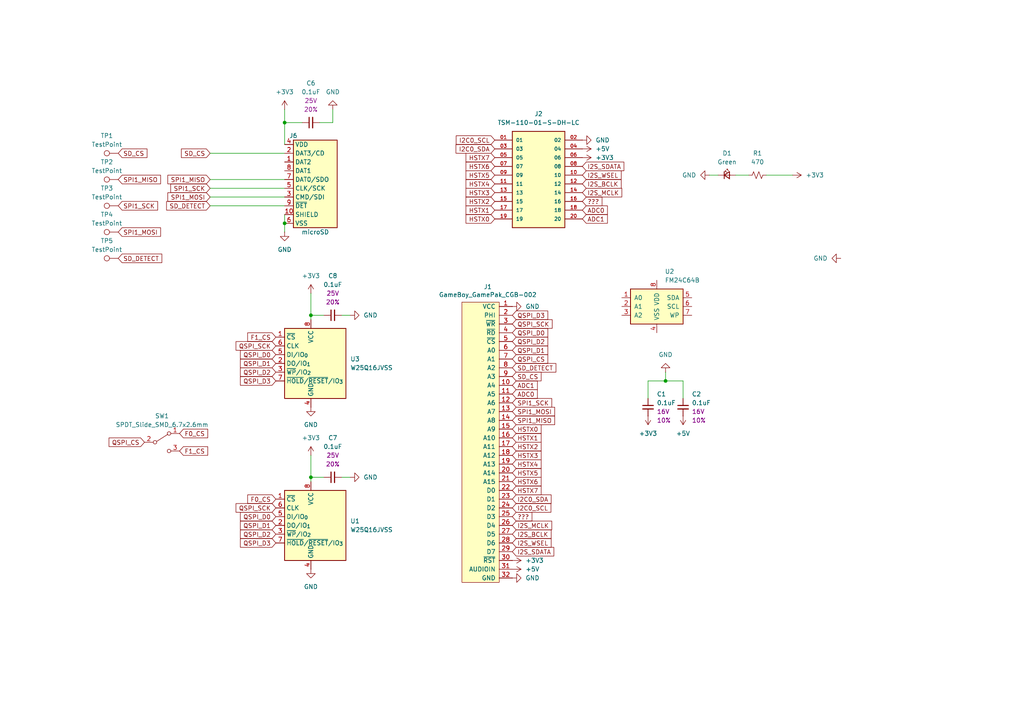
<source format=kicad_sch>
(kicad_sch (version 20250114) (generator "eeschema") (generator_version "9.0")
  (paper "A4")
  (lib_symbols
    (symbol "Connector:TestPoint" (pin_numbers (hide yes)) (pin_names (offset 0.762) (hide yes))
      (property "Reference" "TP" (at 0 6.858 0))
      (property "Value" "TestPoint" (at 0 5.08 0))
      (symbol "TestPoint_0_1"
        (circle (center 0 3.302) (radius 0.762))
      )
      (symbol "TestPoint_1_1"
        (pin passive line (at 0 0 90) (length 2.54) (name "1") (number "1"))
      )
    )
    (symbol "Connector_GameBoy:GameBoy_GamePak_CGB-002" (pin_names (offset 1.016))
      (property "Reference" "J" (at -1.27 41.91 0))
      (property "Value" "GameBoy_GamePak_CGB-002" (at -4.445 -42.545 0))
      (symbol "GameBoy_GamePak_CGB-002_0_1"
        (rectangle (start 0 40.64) (end -10.795 -40.64) (fill (type background)))
      )
      (symbol "GameBoy_GamePak_CGB-002_1_1"
        (pin passive line (at 3.81 39.37 180) (length 3.81) (name "VCC") (number "1"))
        (pin passive line (at 3.81 36.83 180) (length 3.81) (name "PHI") (number "2"))
        (pin passive line (at 3.81 34.29 180) (length 3.81) (name "~{WR}") (number "3"))
        (pin passive line (at 3.81 31.75 180) (length 3.81) (name "~{RD}") (number "4"))
        (pin passive line (at 3.81 29.21 180) (length 3.81) (name "~{CS}") (number "5"))
        (pin passive line (at 3.81 26.67 180) (length 3.81) (name "A0") (number "6"))
        (pin passive line (at 3.81 24.13 180) (length 3.81) (name "A1") (number "7"))
        (pin passive line (at 3.81 21.59 180) (length 3.81) (name "A2") (number "8"))
        (pin passive line (at 3.81 19.05 180) (length 3.81) (name "A3") (number "9"))
        (pin passive line (at 3.81 16.51 180) (length 3.81) (name "A4") (number "10"))
        (pin passive line (at 3.81 13.97 180) (length 3.81) (name "A5") (number "11"))
        (pin passive line (at 3.81 11.43 180) (length 3.81) (name "A6") (number "12"))
        (pin passive line (at 3.81 8.89 180) (length 3.81) (name "A7") (number "13"))
        (pin passive line (at 3.81 6.35 180) (length 3.81) (name "A8") (number "14"))
        (pin passive line (at 3.81 3.81 180) (length 3.81) (name "A9") (number "15"))
        (pin passive line (at 3.81 1.27 180) (length 3.81) (name "A10") (number "16"))
        (pin passive line (at 3.81 -1.27 180) (length 3.81) (name "A11") (number "17"))
        (pin passive line (at 3.81 -3.81 180) (length 3.81) (name "A12") (number "18"))
        (pin passive line (at 3.81 -6.35 180) (length 3.81) (name "A13") (number "19"))
        (pin passive line (at 3.81 -8.89 180) (length 3.81) (name "A14") (number "20"))
        (pin passive line (at 3.81 -11.43 180) (length 3.81) (name "A15") (number "21"))
        (pin passive line (at 3.81 -13.97 180) (length 3.81) (name "D0") (number "22"))
        (pin passive line (at 3.81 -16.51 180) (length 3.81) (name "D1") (number "23"))
        (pin passive line (at 3.81 -19.05 180) (length 3.81) (name "D2") (number "24"))
        (pin passive line (at 3.81 -21.59 180) (length 3.81) (name "D3") (number "25"))
        (pin passive line (at 3.81 -24.13 180) (length 3.81) (name "D4") (number "26"))
        (pin passive line (at 3.81 -26.67 180) (length 3.81) (name "D5") (number "27"))
        (pin passive line (at 3.81 -29.21 180) (length 3.81) (name "D6") (number "28"))
        (pin passive line (at 3.81 -31.75 180) (length 3.81) (name "D7") (number "29"))
        (pin passive line (at 3.81 -34.29 180) (length 3.81) (name "~{RST}") (number "30"))
        (pin passive line (at 3.81 -36.83 180) (length 3.81) (name "AUDIOIN") (number "31"))
        (pin passive line (at 3.81 -39.37 180) (length 3.81) (name "GND") (number "32"))
      )
    )
    (symbol "Memory_Flash:W25Q16JVSS"
      (property "Reference" "U" (at -6.35 11.43 0))
      (property "Value" "W25Q16JVSS" (at 7.62 11.43 0))
      (symbol "W25Q16JVSS_0_1"
        (rectangle (start -7.62 10.16) (end 10.16 -10.16) (stroke (width 0.254)) (fill (type background)))
      )
      (symbol "W25Q16JVSS_1_1"
        (pin input line (at -10.16 7.62 0) (length 2.54) (name "~{CS}") (number "1"))
        (pin input line (at -10.16 5.08 0) (length 2.54) (name "CLK") (number "6"))
        (pin bidirectional line (at -10.16 2.54 0) (length 2.54) (name "DI/IO_{0}") (number "5"))
        (pin bidirectional line (at -10.16 0 0) (length 2.54) (name "DO/IO_{1}") (number "2"))
        (pin bidirectional line (at -10.16 -2.54 0) (length 2.54) (name "~{WP}/IO_{2}") (number "3"))
        (pin bidirectional line (at -10.16 -5.08 0) (length 2.54) (name "~{HOLD}/~{RESET}/IO_{3}") (number "7"))
        (pin power_in line (at 0 12.7 270) (length 2.54) (name "VCC") (number "8"))
        (pin power_in line (at 0 -12.7 90) (length 2.54) (name "GND") (number "4"))
      )
    )
    (symbol "Memory_NVRAM:FM24C64B" (pin_names (offset 1.016))
      (property "Reference" "U" (at -5.08 8.89 0))
      (property "Value" "FM24C64B" (at 6.35 -8.89 0))
      (symbol "FM24C64B_0_1"
        (rectangle (start -7.62 5.08) (end 7.62 -5.08) (stroke (width 0.254)) (fill (type background)))
      )
      (symbol "FM24C64B_1_1"
        (pin input line (at -10.16 2.54 0) (length 2.54) (name "A0") (number "1"))
        (pin input line (at -10.16 0 0) (length 2.54) (name "A1") (number "2"))
        (pin input line (at -10.16 -2.54 0) (length 2.54) (name "A2") (number "3"))
        (pin power_in line (at 0 7.62 270) (length 2.54) (name "VDD") (number "8"))
        (pin power_in line (at 0 -7.62 90) (length 2.54) (name "VSS") (number "4"))
        (pin bidirectional line (at 10.16 2.54 180) (length 2.54) (name "SDA") (number "5"))
        (pin input line (at 10.16 0 180) (length 2.54) (name "SCL") (number "6"))
        (pin input line (at 10.16 -2.54 180) (length 2.54) (name "WP") (number "7"))
      )
    )
    (symbol "SAMTEC_TSM-110-01-S-DH-LC:TSM-110-01-S-DH-LC" (pin_names (offset 1.016))
      (property "Reference" "J" (at -8.12 15.24 0))
      (property "Value" "TSM-110-01-S-DH-LC" (at -7.62 -15.24 0))
      (symbol "TSM-110-01-S-DH-LC_0_0"
        (rectangle (start -7.62 -12.7) (end 7.62 15.24) (stroke (width 0.254)) (fill (type background)))
        (pin passive line (at -12.7 12.7 0) (length 5.08) (name "01") (number "01"))
        (pin passive line (at -12.7 10.16 0) (length 5.08) (name "03") (number "03"))
        (pin passive line (at -12.7 7.62 0) (length 5.08) (name "05") (number "05"))
        (pin passive line (at -12.7 5.08 0) (length 5.08) (name "07") (number "07"))
        (pin passive line (at -12.7 2.54 0) (length 5.08) (name "09") (number "09"))
        (pin passive line (at -12.7 0 0) (length 5.08) (name "11") (number "11"))
        (pin passive line (at -12.7 -2.54 0) (length 5.08) (name "13") (number "13"))
        (pin passive line (at -12.7 -5.08 0) (length 5.08) (name "15") (number "15"))
        (pin passive line (at -12.7 -7.62 0) (length 5.08) (name "17") (number "17"))
        (pin passive line (at -12.7 -10.16 0) (length 5.08) (name "19") (number "19"))
        (pin passive line (at 12.7 12.7 180) (length 5.08) (name "02") (number "02"))
        (pin passive line (at 12.7 10.16 180) (length 5.08) (name "04") (number "04"))
        (pin passive line (at 12.7 7.62 180) (length 5.08) (name "06") (number "06"))
        (pin passive line (at 12.7 5.08 180) (length 5.08) (name "08") (number "08"))
        (pin passive line (at 12.7 2.54 180) (length 5.08) (name "10") (number "10"))
        (pin passive line (at 12.7 0 180) (length 5.08) (name "12") (number "12"))
        (pin passive line (at 12.7 -2.54 180) (length 5.08) (name "14") (number "14"))
        (pin passive line (at 12.7 -5.08 180) (length 5.08) (name "16") (number "16"))
        (pin passive line (at 12.7 -7.62 180) (length 5.08) (name "18") (number "18"))
        (pin passive line (at 12.7 -10.16 180) (length 5.08) (name "20") (number "20"))
      )
    )
    (symbol "SparkFun-Capacitor:0.1uF_0402_16V_10%" (pin_numbers (hide yes)) (pin_names (offset 0.254))
      (property "Reference" "C" (at 0.635 2.54 0))
      (property "Value" "0.1uF" (at 0.635 -2.54 0))
      (property "Voltage" "16V" (at 0 -6.35 0))
      (property "Tolerance" "10%" (at 0 -8.89 0))
      (symbol "0.1uF_0402_16V_10%_0_1"
        (polyline (pts (xy -1.524 0.508) (xy 1.524 0.508)) (stroke (width 0.3048)))
        (polyline (pts (xy -1.524 -0.508) (xy 1.524 -0.508)) (stroke (width 0.3302)))
      )
      (symbol "0.1uF_0402_16V_10%_1_1"
        (pin passive line (at 0 2.54 270) (length 2.032) (name "~") (number "1"))
        (pin passive line (at 0 -2.54 90) (length 2.032) (name "~") (number "2"))
      )
    )
    (symbol "SparkFun-Capacitor:0.1uF_0603_25V_20%" (pin_numbers (hide yes)) (pin_names (offset 0.254))
      (property "Reference" "C" (at 0.635 2.54 0))
      (property "Value" "0.1uF" (at 0.635 -2.54 0))
      (property "Voltage" "25V" (at 0 -6.35 0))
      (property "Tolerance" "20%" (at 0 -8.89 0))
      (symbol "0.1uF_0603_25V_20%_0_1"
        (polyline (pts (xy -1.524 0.508) (xy 1.524 0.508)) (stroke (width 0.3048)))
        (polyline (pts (xy -1.524 -0.508) (xy 1.524 -0.508)) (stroke (width 0.3302)))
      )
      (symbol "0.1uF_0603_25V_20%_1_1"
        (pin passive line (at 0 2.54 270) (length 2.032) (name "~") (number "1"))
        (pin passive line (at 0 -2.54 90) (length 2.032) (name "~") (number "2"))
      )
    )
    (symbol "SparkFun-Connector:microSD_PushPush"
      (property "Reference" "J" (at -6.35 15.24 0))
      (property "Value" "microSD" (at 0 -12.7 0))
      (symbol "microSD_PushPush_1_1"
        (rectangle (start -6.35 13.97) (end 6.35 -11.43) (stroke (width 0.254)) (fill (type background)))
        (pin power_in line (at -8.89 12.7 0) (length 2.54) (name "VDD") (number "4"))
        (pin bidirectional line (at -8.89 10.16 0) (length 2.54) (name "DAT3/CD") (number "2"))
        (pin bidirectional line (at -8.89 7.62 0) (length 2.54) (name "DAT2") (number "1"))
        (pin bidirectional line (at -8.89 5.08 0) (length 2.54) (name "DAT1") (number "8"))
        (pin bidirectional line (at -8.89 2.54 0) (length 2.54) (name "DAT0/SDO") (number "7"))
        (pin input line (at -8.89 0 0) (length 2.54) (name "CLK/SCK") (number "5"))
        (pin input line (at -8.89 -2.54 0) (length 2.54) (name "CMD/SDI") (number "3"))
        (pin passive line (at -8.89 -5.08 0) (length 2.54) (name "~{DET}") (number "9"))
        (pin passive line (at -8.89 -7.62 0) (length 2.54) (name "SHIELD") (number "10"))
        (pin power_in line (at -8.89 -10.16 0) (length 2.54) (name "VSS") (number "6"))
        (pin no_connect line (at 2.54 -8.89 90) (length 2.54) (hide yes) (name "SHIELD") (number "11"))
        (pin no_connect line (at 3.81 -8.89 90) (length 2.54) (hide yes) (name "SHIELD") (number "12"))
        (pin no_connect line (at 5.08 -8.89 90) (length 2.54) (hide yes) (name "SHIELD") (number "13"))
      )
    )
    (symbol "SparkFun-LED:LED_Green_0603" (pin_numbers (hide yes)) (pin_names (offset 1.016) (hide yes))
      (property "Reference" "D" (at 0 2.54 0))
      (property "Value" "Green" (at 0 -2.54 0))
      (symbol "LED_Green_0603_0_1"
        (polyline (pts (xy -0.762 -1.016) (xy -0.762 1.016)) (stroke (width 0.254)))
        (polyline (pts (xy 0 0.762) (xy -0.508 1.27) (xy -0.254 1.27) (xy -0.508 1.27) (xy -0.508 1.016)))
        (polyline (pts (xy 0.508 1.27) (xy 0 1.778) (xy 0.254 1.778) (xy 0 1.778) (xy 0 1.524)))
        (polyline (pts (xy 0.762 -1.016) (xy -0.762 0) (xy 0.762 1.016) (xy 0.762 -1.016)) (stroke (width 0.254)))
        (polyline (pts (xy 1.016 0) (xy -0.762 0)))
      )
      (symbol "LED_Green_0603_1_1"
        (pin passive line (at -2.54 0 0) (length 1.778) (name "K") (number "1"))
        (pin passive line (at 2.54 0 180) (length 1.778) (name "A") (number "2"))
      )
    )
    (symbol "SparkFun-Resistor:470_0603" (pin_numbers (hide yes)) (pin_names (offset 0))
      (property "Reference" "R" (at 0 -2.54 0))
      (property "Value" "470" (at 0 2.54 0))
      (symbol "470_0603_0_1"
        (polyline (pts (xy -1.524 0) (xy -1.143 1.016) (xy -0.762 0) (xy -0.381 -1.016) (xy 0 0)))
        (polyline (pts (xy 0 0) (xy 0.381 1.016) (xy 0.762 0) (xy 1.143 -1.016) (xy 1.524 0)))
      )
      (symbol "470_0603_1_1"
        (pin passive line (at -2.54 0 0) (length 1.016) (name "~") (number "1"))
        (pin passive line (at 2.54 0 180) (length 1.016) (name "~") (number "2"))
      )
    )
    (symbol "SparkFun-Switch:SPDT_Slide_SMD_6.7x2.6mm" (pin_names (offset 0) (hide yes))
      (property "Reference" "SW" (at 0 4.318 0))
      (property "Value" "SPDT_Slide_SMD_6.7x2.6mm" (at 0 -5.08 0))
      (symbol "SPDT_Slide_SMD_6.7x2.6mm_0_0"
        (circle (center -2.032 0) (radius 0.508))
        (circle (center 2.032 -2.54) (radius 0.508))
      )
      (symbol "SPDT_Slide_SMD_6.7x2.6mm_0_1"
        (polyline (pts (xy -1.524 0.254) (xy 1.651 2.286)))
        (circle (center 2.032 2.54) (radius 0.508))
      )
      (symbol "SPDT_Slide_SMD_6.7x2.6mm_1_1"
        (pin passive line (at -5.08 0 0) (length 2.54) (name "2") (number "2"))
        (pin passive line (at 5.08 2.54 180) (length 2.54) (name "A") (number "1"))
        (pin passive line (at 5.08 -2.54 180) (length 2.54) (name "C") (number "3"))
        (pin no_connect line (at 15.24 2.54 180) (length 2.54) (hide yes) (name "MT1") (number "MT1"))
        (pin no_connect line (at 15.24 0 180) (length 2.54) (hide yes) (name "MT2") (number "MT2"))
        (pin no_connect line (at 15.24 -2.54 180) (length 2.54) (hide yes) (name "MT3") (number "MT3"))
        (pin no_connect line (at 15.24 -5.08 180) (length 2.54) (hide yes) (name "MT4") (number "MT4"))
      )
    )
    (symbol "power:+3V3" (power) (pin_numbers (hide yes)) (pin_names (offset 0) (hide yes))
      (property "Value" "+3V3" (at 0 3.556 0))
      (symbol "+3V3_0_1"
        (polyline (pts (xy -0.762 1.27) (xy 0 2.54)))
        (polyline (pts (xy 0 2.54) (xy 0.762 1.27)))
        (polyline (pts (xy 0 0) (xy 0 2.54)))
      )
      (symbol "+3V3_1_1"
        (pin power_in line (at 0 0 90) (length 0) (name "~") (number "1"))
      )
    )
    (symbol "power:+5V" (power) (pin_numbers (hide yes)) (pin_names (offset 0) (hide yes))
      (property "Value" "+5V" (at 0 3.556 0))
      (symbol "+5V_0_1"
        (polyline (pts (xy -0.762 1.27) (xy 0 2.54)))
        (polyline (pts (xy 0 2.54) (xy 0.762 1.27)))
        (polyline (pts (xy 0 0) (xy 0 2.54)))
      )
      (symbol "+5V_1_1"
        (pin power_in line (at 0 0 90) (length 0) (name "~") (number "1"))
      )
    )
    (symbol "power:GND" (power) (pin_numbers (hide yes)) (pin_names (offset 0) (hide yes))
      (property "Value" "GND" (at 0 -3.81 0))
      (symbol "GND_0_1"
        (polyline (pts (xy 0 0) (xy 0 -1.27) (xy 1.27 -1.27) (xy 0 -2.54) (xy -1.27 -1.27) (xy 0 -1.27)))
      )
      (symbol "GND_1_1"
        (pin power_in line (at 0 0 270) (length 0) (name "~") (number "1"))
      )
    )
  )
  (junction (at 82.55 35.56))
  (junction (at 90.17 138.43))
  (junction (at 82.55 64.77))
  (junction (at 90.17 91.44))
  (junction (at 193.04 110.49))
  (wire (pts (xy 101.6 91.44) (xy 99.06 91.44)))
  (wire (pts (xy 82.55 35.56) (xy 87.63 35.56)))
  (wire (pts (xy 82.55 35.56) (xy 82.55 41.91)))
  (wire (pts (xy 193.04 110.49) (xy 198.12 110.49)))
  (wire (pts (xy 60.96 59.69) (xy 82.55 59.69)))
  (wire (pts (xy 60.96 57.15) (xy 82.55 57.15)))
  (wire (pts (xy 60.96 54.61) (xy 82.55 54.61)))
  (wire (pts (xy 82.55 31.75) (xy 82.55 35.56)))
  (wire (pts (xy 96.52 35.56) (xy 92.71 35.56)))
  (wire (pts (xy 82.55 62.23) (xy 82.55 64.77)))
  (wire (pts (xy 90.17 138.43) (xy 93.98 138.43)))
  (wire (pts (xy 205.74 50.8) (xy 208.28 50.8)))
  (wire (pts (xy 60.96 44.45) (xy 82.55 44.45)))
  (wire (pts (xy 96.52 31.75) (xy 96.52 35.56)))
  (wire (pts (xy 187.96 110.49) (xy 193.04 110.49)))
  (wire (pts (xy 229.87 50.8) (xy 222.25 50.8)))
  (wire (pts (xy 198.12 110.49) (xy 198.12 115.57)))
  (wire (pts (xy 90.17 138.43) (xy 90.17 139.7)))
  (wire (pts (xy 90.17 91.44) (xy 90.17 92.71)))
  (wire (pts (xy 187.96 115.57) (xy 187.96 110.49)))
  (wire (pts (xy 90.17 132.08) (xy 90.17 138.43)))
  (wire (pts (xy 101.6 138.43) (xy 99.06 138.43)))
  (wire (pts (xy 90.17 85.09) (xy 90.17 91.44)))
  (wire (pts (xy 82.55 67.31) (xy 82.55 64.77)))
  (wire (pts (xy 213.36 50.8) (xy 217.17 50.8)))
  (wire (pts (xy 90.17 91.44) (xy 93.98 91.44)))
  (wire (pts (xy 193.04 107.95) (xy 193.04 110.49)))
  (wire (pts (xy 60.96 52.07) (xy 82.55 52.07)))
  (global_label "F1_CS" (shape input) (at 80.01 97.79 180) (property "Intersheetrefs" "${INTERSHEET_REFS}" (effects (hide yes))))
  (global_label "I2S_BCLK" (shape input) (at 168.91 53.34 0) (property "Intersheetrefs" "${INTERSHEET_REFS}" (effects (hide yes))))
  (global_label "???" (shape input) (at 168.91 58.42 0) (property "Intersheetrefs" "${INTERSHEET_REFS}" (effects (hide yes))))
  (global_label "SD_CS" (shape input) (at 34.29 44.45 0) (property "Intersheetrefs" "${INTERSHEET_REFS}" (effects (hide yes))))
  (global_label "SD_DETECT" (shape input) (at 34.29 74.93 0) (property "Intersheetrefs" "${INTERSHEET_REFS}" (effects (hide yes))))
  (global_label "ADC0" (shape input) (at 168.91 60.96 0) (property "Intersheetrefs" "${INTERSHEET_REFS}" (effects (hide yes))))
  (global_label "HSTX7" (shape input) (at 143.51 45.72 180) (property "Intersheetrefs" "${INTERSHEET_REFS}" (effects (hide yes))))
  (global_label "QSPI_SCK" (shape input) (at 80.01 100.33 180) (property "Intersheetrefs" "${INTERSHEET_REFS}" (effects (hide yes))))
  (global_label "HSTX2" (shape input) (at 143.51 58.42 180) (property "Intersheetrefs" "${INTERSHEET_REFS}" (effects (hide yes))))
  (global_label "QSPI_SCK" (shape input) (at 80.01 147.32 180) (property "Intersheetrefs" "${INTERSHEET_REFS}" (effects (hide yes))))
  (global_label "QSPI_D3" (shape input) (at 80.01 110.49 180) (property "Intersheetrefs" "${INTERSHEET_REFS}" (effects (hide yes))))
  (global_label "QSPI_D2" (shape input) (at 80.01 154.94 180) (property "Intersheetrefs" "${INTERSHEET_REFS}" (effects (hide yes))))
  (global_label "QSPI_D2" (shape input) (at 148.59 99.06 0) (property "Intersheetrefs" "${INTERSHEET_REFS}" (effects (hide yes))))
  (global_label "I2C0_SDA" (shape input) (at 148.59 144.78 0) (property "Intersheetrefs" "${INTERSHEET_REFS}" (effects (hide yes))))
  (global_label "HSTX5" (shape input) (at 148.59 137.16 0) (property "Intersheetrefs" "${INTERSHEET_REFS}" (effects (hide yes))))
  (global_label "QSPI_D1" (shape input) (at 80.01 152.4 180) (property "Intersheetrefs" "${INTERSHEET_REFS}" (effects (hide yes))))
  (global_label "SPI1_MOSI" (shape input) (at 60.96 57.15 180) (property "Intersheetrefs" "${INTERSHEET_REFS}" (effects (hide yes))))
  (global_label "QSPI_D1" (shape input) (at 80.01 105.41 180) (property "Intersheetrefs" "${INTERSHEET_REFS}" (effects (hide yes))))
  (global_label "QSPI_D1" (shape input) (at 148.59 101.6 0) (property "Intersheetrefs" "${INTERSHEET_REFS}" (effects (hide yes))))
  (global_label "I2C0_SCL" (shape input) (at 148.59 147.32 0) (property "Intersheetrefs" "${INTERSHEET_REFS}" (effects (hide yes))))
  (global_label "QSPI_D3" (shape input) (at 80.01 157.48 180) (property "Intersheetrefs" "${INTERSHEET_REFS}" (effects (hide yes))))
  (global_label "???" (shape input) (at 148.59 149.86 0) (property "Intersheetrefs" "${INTERSHEET_REFS}" (effects (hide yes))))
  (global_label "I2S_BCLK" (shape input) (at 148.59 154.94 0) (property "Intersheetrefs" "${INTERSHEET_REFS}" (effects (hide yes))))
  (global_label "QSPI_D3" (shape input) (at 148.59 91.44 0) (property "Intersheetrefs" "${INTERSHEET_REFS}" (effects (hide yes))))
  (global_label "I2S_MCLK" (shape input) (at 168.91 55.88 0) (property "Intersheetrefs" "${INTERSHEET_REFS}" (effects (hide yes))))
  (global_label "I2C0_SDA" (shape input) (at 143.51 43.18 180) (property "Intersheetrefs" "${INTERSHEET_REFS}" (effects (hide yes))))
  (global_label "SD_DETECT" (shape input) (at 148.59 106.68 0) (property "Intersheetrefs" "${INTERSHEET_REFS}" (effects (hide yes))))
  (global_label "SD_CS" (shape input) (at 148.59 109.22 0) (property "Intersheetrefs" "${INTERSHEET_REFS}" (effects (hide yes))))
  (global_label "HSTX1" (shape input) (at 148.59 127 0) (property "Intersheetrefs" "${INTERSHEET_REFS}" (effects (hide yes))))
  (global_label "HSTX4" (shape input) (at 143.51 53.34 180) (property "Intersheetrefs" "${INTERSHEET_REFS}" (effects (hide yes))))
  (global_label "HSTX6" (shape input) (at 143.51 48.26 180) (property "Intersheetrefs" "${INTERSHEET_REFS}" (effects (hide yes))))
  (global_label "F0_CS" (shape input) (at 52.07 125.73 0) (property "Intersheetrefs" "${INTERSHEET_REFS}" (effects (hide yes))))
  (global_label "HSTX3" (shape input) (at 143.51 55.88 180) (property "Intersheetrefs" "${INTERSHEET_REFS}" (effects (hide yes))))
  (global_label "HSTX4" (shape input) (at 148.59 134.62 0) (property "Intersheetrefs" "${INTERSHEET_REFS}" (effects (hide yes))))
  (global_label "QSPI_D0" (shape input) (at 80.01 102.87 180) (property "Intersheetrefs" "${INTERSHEET_REFS}" (effects (hide yes))))
  (global_label "QSPI_D0" (shape input) (at 80.01 149.86 180) (property "Intersheetrefs" "${INTERSHEET_REFS}" (effects (hide yes))))
  (global_label "I2S_SDATA" (shape input) (at 148.59 160.02 0) (property "Intersheetrefs" "${INTERSHEET_REFS}" (effects (hide yes))))
  (global_label "I2S_WSEL" (shape input) (at 148.59 157.48 0) (property "Intersheetrefs" "${INTERSHEET_REFS}" (effects (hide yes))))
  (global_label "SD_DETECT" (shape input) (at 60.96 59.69 180) (property "Intersheetrefs" "${INTERSHEET_REFS}" (effects (hide yes))))
  (global_label "SPI1_MOSI" (shape input) (at 34.29 67.31 0) (property "Intersheetrefs" "${INTERSHEET_REFS}" (effects (hide yes))))
  (global_label "SPI1_MOSI" (shape input) (at 148.59 119.38 0) (property "Intersheetrefs" "${INTERSHEET_REFS}" (effects (hide yes))))
  (global_label "I2C0_SCL" (shape input) (at 143.51 40.64 180) (property "Intersheetrefs" "${INTERSHEET_REFS}" (effects (hide yes))))
  (global_label "ADC1" (shape input) (at 168.91 63.5 0) (property "Intersheetrefs" "${INTERSHEET_REFS}" (effects (hide yes))))
  (global_label "QSPI_D0" (shape input) (at 148.59 96.52 0) (property "Intersheetrefs" "${INTERSHEET_REFS}" (effects (hide yes))))
  (global_label "F1_CS" (shape input) (at 52.07 130.81 0) (property "Intersheetrefs" "${INTERSHEET_REFS}" (effects (hide yes))))
  (global_label "HSTX1" (shape input) (at 143.51 60.96 180) (property "Intersheetrefs" "${INTERSHEET_REFS}" (effects (hide yes))))
  (global_label "SPI1_MISO" (shape input) (at 34.29 52.07 0) (property "Intersheetrefs" "${INTERSHEET_REFS}" (effects (hide yes))))
  (global_label "HSTX0" (shape input) (at 143.51 63.5 180) (property "Intersheetrefs" "${INTERSHEET_REFS}" (effects (hide yes))))
  (global_label "HSTX3" (shape input) (at 148.59 132.08 0) (property "Intersheetrefs" "${INTERSHEET_REFS}" (effects (hide yes))))
  (global_label "HSTX5" (shape input) (at 143.51 50.8 180) (property "Intersheetrefs" "${INTERSHEET_REFS}" (effects (hide yes))))
  (global_label "SPI1_SCK" (shape input) (at 60.96 54.61 180) (property "Intersheetrefs" "${INTERSHEET_REFS}" (effects (hide yes))))
  (global_label "SPI1_MISO" (shape input) (at 60.96 52.07 180) (property "Intersheetrefs" "${INTERSHEET_REFS}" (effects (hide yes))))
  (global_label "SD_CS" (shape input) (at 60.96 44.45 180) (property "Intersheetrefs" "${INTERSHEET_REFS}" (effects (hide yes))))
  (global_label "QSPI_SCK" (shape input) (at 148.59 93.98 0) (property "Intersheetrefs" "${INTERSHEET_REFS}" (effects (hide yes))))
  (global_label "ADC0" (shape input) (at 148.59 114.3 0) (property "Intersheetrefs" "${INTERSHEET_REFS}" (effects (hide yes))))
  (global_label "I2S_WSEL" (shape input) (at 168.91 50.8 0) (property "Intersheetrefs" "${INTERSHEET_REFS}" (effects (hide yes))))
  (global_label "SPI1_SCK" (shape input) (at 148.59 116.84 0) (property "Intersheetrefs" "${INTERSHEET_REFS}" (effects (hide yes))))
  (global_label "HSTX2" (shape input) (at 148.59 129.54 0) (property "Intersheetrefs" "${INTERSHEET_REFS}" (effects (hide yes))))
  (global_label "ADC1" (shape input) (at 148.59 111.76 0) (property "Intersheetrefs" "${INTERSHEET_REFS}" (effects (hide yes))))
  (global_label "QSPI_CS" (shape input) (at 41.91 128.27 180) (property "Intersheetrefs" "${INTERSHEET_REFS}" (effects (hide yes))))
  (global_label "I2S_SDATA" (shape input) (at 168.91 48.26 0) (property "Intersheetrefs" "${INTERSHEET_REFS}" (effects (hide yes))))
  (global_label "SPI1_SCK" (shape input) (at 34.29 59.69 0) (property "Intersheetrefs" "${INTERSHEET_REFS}" (effects (hide yes))))
  (global_label "I2S_MCLK" (shape input) (at 148.59 152.4 0) (property "Intersheetrefs" "${INTERSHEET_REFS}" (effects (hide yes))))
  (global_label "QSPI_D2" (shape input) (at 80.01 107.95 180) (property "Intersheetrefs" "${INTERSHEET_REFS}" (effects (hide yes))))
  (global_label "HSTX6" (shape input) (at 148.59 139.7 0) (property "Intersheetrefs" "${INTERSHEET_REFS}" (effects (hide yes))))
  (global_label "QSPI_CS" (shape input) (at 148.59 104.14 0) (property "Intersheetrefs" "${INTERSHEET_REFS}" (effects (hide yes))))
  (global_label "HSTX0" (shape input) (at 148.59 124.46 0) (property "Intersheetrefs" "${INTERSHEET_REFS}" (effects (hide yes))))
  (global_label "F0_CS" (shape input) (at 80.01 144.78 180) (property "Intersheetrefs" "${INTERSHEET_REFS}" (effects (hide yes))))
  (global_label "SPI1_MISO" (shape input) (at 148.59 121.92 0) (property "Intersheetrefs" "${INTERSHEET_REFS}" (effects (hide yes))))
  (global_label "HSTX7" (shape input) (at 148.59 142.24 0) (property "Intersheetrefs" "${INTERSHEET_REFS}" (effects (hide yes))))
  (symbol (lib_id "Connector_GameBoy:GameBoy_GamePak_CGB-002") (at 144.78 128.27 0) (unit 1)
    (property "Reference" "J1" (at 141.478 83.185 0))
    (property "Value" "GameBoy_GamePak_CGB-002" (at 141.478 85.4964 0))
    (property "Footprint" "Connector_GameBoy:GameBoy_GamePak_CGB-002_P1.50mm_Edge" (effects (hide yes)))
  )
  (symbol (lib_id "Connector:TestPoint") (at 34.29 59.69 90) (unit 1)
    (property "Reference" "TP3" (at 30.988 54.61 90))
    (property "Value" "TestPoint" (at 30.988 57.15 90))
    (property "Footprint" "TestPoint:TestPoint_Pad_D1.0mm" (effects (hide yes)))
    (property "Description" "test point" (effects (hide yes)))
  )
  (symbol (lib_id "SparkFun-LED:LED_Green_0603") (at 210.82 50.8 0) (unit 1)
    (property "Reference" "D1" (at 210.8835 44.45 0))
    (property "Value" "Green" (at 210.8835 46.99 0))
    (property "Footprint" "SparkFun-LED:LED_0603_1608Metric_Green" (effects (hide yes)))
    (property "Datasheet" "https://docs.broadcom.com/docs/AV02-0551EN" (effects (hide yes)))
    (property "Description" "Light emitting diode" (effects (hide yes)))
    (property "PROD_ID" "DIO-00821" (effects (hide yes)))
  )
  (symbol (lib_id "power:+3V3") (at 187.96 120.65 180) (unit 1)
    (property "Reference" "#PWR019" (effects (hide yes)))
    (property "Value" "+3V3" (at 187.96 125.73 0))
    (property "Description" "Power symbol creates a global label with name \"+3V3\"" (effects (hide yes)))
  )
  (symbol (lib_id "power:+3V3") (at 90.17 85.09 0) (unit 1)
    (property "Reference" "#PWR09" (effects (hide yes)))
    (property "Value" "+3V3" (at 90.17 80.01 0))
    (property "Description" "Power symbol creates a global label with name \"+3V3\"" (effects (hide yes)))
  )
  (symbol (lib_id "Connector:TestPoint") (at 34.29 44.45 90) (unit 1)
    (property "Reference" "TP1" (at 30.988 39.37 90))
    (property "Value" "TestPoint" (at 30.988 41.91 90))
    (property "Footprint" "TestPoint:TestPoint_Pad_D1.0mm" (effects (hide yes)))
    (property "Description" "test point" (effects (hide yes)))
  )
  (symbol (lib_id "SparkFun-Capacitor:0.1uF_0402_16V_10%") (at 187.96 118.11 0) (unit 1)
    (property "Reference" "C1" (at 190.5 114.3063 0) (effects (justify left)))
    (property "Value" "0.1uF" (at 190.5 116.8463 0) (effects (justify left)))
    (property "Footprint" "Capacitor_SMD:CP_Elec_5x3" (effects (hide yes)))
    (property "Datasheet" "https://cdn.sparkfun.com/assets/8/a/4/a/5/Kemet_Capacitor_Datasheet.pdf" (effects (hide yes)))
    (property "Description" "Unpolarized capacitor" (effects (hide yes)))
    (property "PROD_ID" "CAP-25565" (effects (hide yes)))
    (property "Voltage" "16V" (at 190.5 119.3863 0) (effects (justify left)))
    (property "Tolerance" "10%" (at 190.5 121.9263 0) (effects (justify left)))
  )
  (symbol (lib_id "power:+5V") (at 148.59 165.1 270) (unit 1)
    (property "Reference" "#PWR016" (effects (hide yes)))
    (property "Value" "+5V" (at 152.4 165.1 90) (effects (justify left)))
    (property "Description" "Power symbol creates a global label with name \"+5V\"" (effects (hide yes)))
  )
  (symbol (lib_id "SparkFun-Resistor:470_0603") (at 219.71 50.8 0) (unit 1)
    (property "Reference" "R1" (at 219.71 44.45 0))
    (property "Value" "470" (at 219.71 46.99 0))
    (property "Footprint" "SparkFun-Resistor:R_0603_1608Metric" (effects (hide yes)))
    (property "Datasheet" "https://www.vishay.com/docs/20035/dcrcwe3.pdf" (effects (hide yes)))
    (property "Description" "Resistor" (effects (hide yes)))
    (property "PROD_ID" "RES-07869" (effects (hide yes)))
  )
  (symbol (lib_id "SparkFun-Capacitor:0.1uF_0603_25V_20%") (at 90.17 35.56 90) (unit 1)
    (property "Reference" "C6" (at 90.1763 24.13 90))
    (property "Value" "0.1uF" (at 90.1763 26.67 90))
    (property "Footprint" "SparkFun-Capacitor:C_0603_1608Metric" (effects (hide yes)))
    (property "Datasheet" "https://cdn.sparkfun.com/assets/8/a/4/a/5/Kemet_Capacitor_Datasheet.pdf" (effects (hide yes)))
    (property "Description" "Unpolarized capacitor" (effects (hide yes)))
    (property "PROD_ID" "CAP-00810" (effects (hide yes)))
    (property "Voltage" "25V" (at 90.1763 29.21 90))
    (property "Tolerance" "20%" (at 90.1763 31.75 90))
  )
  (symbol (lib_id "power:GND") (at 168.91 40.64 90) (unit 1)
    (property "Reference" "#PWR03" (effects (hide yes)))
    (property "Value" "GND" (at 172.72 40.64 90) (effects (justify right)))
    (property "Description" "Power symbol creates a global label with name \"GND\" , ground" (effects (hide yes)))
  )
  (symbol (lib_id "Connector:TestPoint") (at 34.29 67.31 90) (unit 1)
    (property "Reference" "TP4" (at 30.988 62.23 90))
    (property "Value" "TestPoint" (at 30.988 64.77 90))
    (property "Footprint" "TestPoint:TestPoint_Pad_D1.0mm" (effects (hide yes)))
    (property "Description" "test point" (effects (hide yes)))
  )
  (symbol (lib_id "power:+3V3") (at 229.87 50.8 270) (unit 1)
    (property "Reference" "#PWR04" (effects (hide yes)))
    (property "Value" "+3V3" (at 233.68 50.8 90) (effects (justify left)))
    (property "Description" "Power symbol creates a global label with name \"+3V3\"" (effects (hide yes)))
  )
  (symbol (lib_id "SparkFun-Capacitor:0.1uF_0603_25V_20%") (at 96.52 91.44 90) (unit 1)
    (property "Reference" "C8" (at 96.5263 80.01 90))
    (property "Value" "0.1uF" (at 96.5263 82.55 90))
    (property "Footprint" "SparkFun-Capacitor:C_0603_1608Metric" (effects (hide yes)))
    (property "Datasheet" "https://cdn.sparkfun.com/assets/8/a/4/a/5/Kemet_Capacitor_Datasheet.pdf" (effects (hide yes)))
    (property "Description" "Unpolarized capacitor" (effects (hide yes)))
    (property "PROD_ID" "CAP-00810" (effects (hide yes)))
    (property "Voltage" "25V" (at 96.5263 85.09 90))
    (property "Tolerance" "20%" (at 96.5263 87.63 90))
  )
  (symbol (lib_id "power:+3V3") (at 148.59 162.56 270) (unit 1)
    (property "Reference" "#PWR015" (effects (hide yes)))
    (property "Value" "+3V3" (at 152.4 162.5599 90) (effects (justify left)))
    (property "Description" "Power symbol creates a global label with name \"+3V3\"" (effects (hide yes)))
  )
  (symbol (lib_id "power:+3V3") (at 168.91 45.72 270) (unit 1)
    (property "Reference" "#PWR01" (effects (hide yes)))
    (property "Value" "+3V3" (at 172.72 45.7199 90) (effects (justify left)))
    (property "Description" "Power symbol creates a global label with name \"+3V3\"" (effects (hide yes)))
  )
  (symbol (lib_id "power:+3V3") (at 82.55 31.75 0) (unit 1)
    (property "Reference" "#PWR012" (effects (hide yes)))
    (property "Value" "+3V3" (at 82.55 26.67 0))
    (property "Description" "Power symbol creates a global label with name \"+3V3\"" (effects (hide yes)))
  )
  (symbol (lib_id "SAMTEC_TSM-110-01-S-DH-LC:TSM-110-01-S-DH-LC") (at 156.21 53.34 0) (unit 1)
    (property "Reference" "J2" (at 156.21 33.02 0))
    (property "Value" "TSM-110-01-S-DH-LC" (at 156.21 35.56 0))
    (property "Footprint" "SAMTEC_TSM-110-01-S-DH-LC:SAMTEC_TSM-110-01-S-DH-LC" (effects (hide yes)))
    (property "PARTREV" "R" (effects (hide yes)))
    (property "STANDARD" "Manufacturer Recommendations" (effects (hide yes)))
    (property "MANUFACTURER" "Samtec" (effects (hide yes)))
  )
  (symbol (lib_id "Memory_NVRAM:FM24C64B") (at 190.5 88.9 0) (unit 1)
    (property "Reference" "U2" (at 192.8272 78.74 0) (effects (justify left)))
    (property "Value" "FM24C64B" (at 192.8272 81.28 0) (effects (justify left)))
    (property "Footprint" "Package_SO:SOIC-8_3.9x4.9mm_P1.27mm" (effects (hide yes)))
    (property "Datasheet" "http://www.cypress.com/file/41651/download" (effects (hide yes)))
    (property "Description" "64Kb serial FRAM nonvolatile Memory, SOIC-8" (effects (hide yes)))
  )
  (symbol (lib_id "Connector:TestPoint") (at 34.29 52.07 90) (unit 1)
    (property "Reference" "TP2" (at 30.988 46.99 90))
    (property "Value" "TestPoint" (at 30.988 49.53 90))
    (property "Footprint" "TestPoint:TestPoint_Pad_D1.0mm" (effects (hide yes)))
    (property "Description" "test point" (effects (hide yes)))
  )
  (symbol (lib_id "power:GND") (at 243.84 74.93 270) (unit 1)
    (property "Reference" "#PWR022" (effects (hide yes)))
    (property "Value" "GND" (at 240.03 74.93 90) (effects (justify right)))
    (property "Description" "Power symbol creates a global label with name \"GND\" , ground" (effects (hide yes)))
  )
  (symbol (lib_id "Memory_Flash:W25Q16JVSS") (at 90.17 105.41 0) (unit 1)
    (property "Reference" "U3" (at 101.6 104.1399 0) (effects (justify left)))
    (property "Value" "W25Q16JVSS" (at 101.6 106.6799 0) (effects (justify left)))
    (property "Footprint" "Package_SO:SOIC-8_5.3x5.3mm_P1.27mm" (effects (hide yes)))
    (property "Datasheet" "https://www.winbond.com/hq/support/documentation/levelOne.jsp?__locale=en&DocNo=DA00-W25Q16JV.1" (effects (hide yes)))
    (property "Description" "16Mbit / 2MiB Serial Flash Memory, Standard/Dual/Quad SPI, 2.7-3.6V, SOIC-8 (208 mil)" (effects (hide yes)))
  )
  (symbol (lib_id "power:GND") (at 148.59 88.9 90) (unit 1)
    (property "Reference" "#PWR013" (effects (hide yes)))
    (property "Value" "GND" (at 152.4 88.9 90) (effects (justify right)))
    (property "Description" "Power symbol creates a global label with name \"GND\" , ground" (effects (hide yes)))
  )
  (symbol (lib_id "SparkFun-Capacitor:0.1uF_0402_16V_10%") (at 198.12 118.11 0) (unit 1)
    (property "Reference" "C2" (at 200.66 114.3063 0) (effects (justify left)))
    (property "Value" "0.1uF" (at 200.66 116.8463 0) (effects (justify left)))
    (property "Footprint" "Capacitor_SMD:CP_Elec_5x3" (effects (hide yes)))
    (property "Datasheet" "https://cdn.sparkfun.com/assets/8/a/4/a/5/Kemet_Capacitor_Datasheet.pdf" (effects (hide yes)))
    (property "Description" "Unpolarized capacitor" (effects (hide yes)))
    (property "PROD_ID" "CAP-25565" (effects (hide yes)))
    (property "Voltage" "16V" (at 200.66 119.3863 0) (effects (justify left)))
    (property "Tolerance" "10%" (at 200.66 121.9263 0) (effects (justify left)))
  )
  (symbol (lib_id "power:GND") (at 205.74 50.8 270) (unit 1)
    (property "Reference" "#PWR05" (effects (hide yes)))
    (property "Value" "GND" (at 201.93 50.8 90) (effects (justify right)))
    (property "Description" "Power symbol creates a global label with name \"GND\" , ground" (effects (hide yes)))
  )
  (symbol (lib_id "power:GND") (at 193.04 107.95 180) (unit 1)
    (property "Reference" "#PWR021" (effects (hide yes)))
    (property "Value" "GND" (at 193.04 102.87 0))
    (property "Description" "Power symbol creates a global label with name \"GND\" , ground" (effects (hide yes)))
  )
  (symbol (lib_id "power:GND") (at 101.6 138.43 90) (unit 1)
    (property "Reference" "#PWR08" (effects (hide yes)))
    (property "Value" "GND" (at 105.41 138.43 90) (effects (justify right)))
    (property "Description" "Power symbol creates a global label with name \"GND\" , ground" (effects (hide yes)))
  )
  (symbol (lib_id "SparkFun-Capacitor:0.1uF_0603_25V_20%") (at 96.52 138.43 90) (unit 1)
    (property "Reference" "C7" (at 96.5263 127 90))
    (property "Value" "0.1uF" (at 96.5263 129.54 90))
    (property "Footprint" "SparkFun-Capacitor:C_0603_1608Metric" (effects (hide yes)))
    (property "Datasheet" "https://cdn.sparkfun.com/assets/8/a/4/a/5/Kemet_Capacitor_Datasheet.pdf" (effects (hide yes)))
    (property "Description" "Unpolarized capacitor" (effects (hide yes)))
    (property "PROD_ID" "CAP-00810" (effects (hide yes)))
    (property "Voltage" "25V" (at 96.5263 132.08 90))
    (property "Tolerance" "20%" (at 96.5263 134.62 90))
  )
  (symbol (lib_id "power:GND") (at 82.55 67.31 0) (unit 1)
    (property "Reference" "#PWR017" (effects (hide yes)))
    (property "Value" "GND" (at 82.55 72.39 0))
    (property "Description" "Power symbol creates a global label with name \"GND\" , ground" (effects (hide yes)))
  )
  (symbol (lib_id "power:GND") (at 90.17 165.1 0) (unit 1)
    (property "Reference" "#PWR06" (effects (hide yes)))
    (property "Value" "GND" (at 90.17 170.18 0))
    (property "Description" "Power symbol creates a global label with name \"GND\" , ground" (effects (hide yes)))
  )
  (symbol (lib_id "power:GND") (at 101.6 91.44 90) (unit 1)
    (property "Reference" "#PWR010" (effects (hide yes)))
    (property "Value" "GND" (at 105.41 91.44 90) (effects (justify right)))
    (property "Description" "Power symbol creates a global label with name \"GND\" , ground" (effects (hide yes)))
  )
  (symbol (lib_id "power:GND") (at 90.17 118.11 0) (unit 1)
    (property "Reference" "#PWR011" (effects (hide yes)))
    (property "Value" "GND" (at 90.17 123.19 0))
    (property "Description" "Power symbol creates a global label with name \"GND\" , ground" (effects (hide yes)))
  )
  (symbol (lib_id "power:+5V") (at 168.91 43.18 270) (unit 1)
    (property "Reference" "#PWR02" (effects (hide yes)))
    (property "Value" "+5V" (at 172.72 43.18 90) (effects (justify left)))
    (property "Description" "Power symbol creates a global label with name \"+5V\"" (effects (hide yes)))
  )
  (symbol (lib_id "power:+3V3") (at 90.17 132.08 0) (unit 1)
    (property "Reference" "#PWR07" (effects (hide yes)))
    (property "Value" "+3V3" (at 90.17 127 0))
    (property "Description" "Power symbol creates a global label with name \"+3V3\"" (effects (hide yes)))
  )
  (symbol (lib_id "Memory_Flash:W25Q16JVSS") (at 90.17 152.4 0) (unit 1)
    (property "Reference" "U1" (at 101.6 151.1299 0) (effects (justify left)))
    (property "Value" "W25Q16JVSS" (at 101.6 153.6699 0) (effects (justify left)))
    (property "Footprint" "Package_SO:SOIC-8_5.3x5.3mm_P1.27mm" (effects (hide yes)))
    (property "Datasheet" "https://www.winbond.com/hq/support/documentation/levelOne.jsp?__locale=en&DocNo=DA00-W25Q16JV.1" (effects (hide yes)))
    (property "Description" "16Mbit / 2MiB Serial Flash Memory, Standard/Dual/Quad SPI, 2.7-3.6V, SOIC-8 (208 mil)" (effects (hide yes)))
  )
  (symbol (lib_id "SparkFun-Connector:microSD_PushPush") (at 91.44 54.61 0) (unit 1)
    (property "Reference" "J6" (at 85.09 39.37 0))
    (property "Value" "microSD" (at 91.44 67.31 0))
    (property "Footprint" "SparkFun-Connector:microSD_External_Pin" (effects (hide yes)))
    (property "Datasheet" "https://cdn.sparkfun.com/assets/a/d/6/0/8/microSD_Datasheet_msd-1-a.pdf" (effects (hide yes)))
    (property "Description" "Micro SD socket External Pin" (effects (hide yes)))
    (property "PROD_ID" "CONN-16110" (effects (hide yes)))
  )
  (symbol (lib_id "power:GND") (at 96.52 31.75 180) (unit 1)
    (property "Reference" "#PWR018" (effects (hide yes)))
    (property "Value" "GND" (at 96.52 26.67 0))
    (property "Description" "Power symbol creates a global label with name \"GND\" , ground" (effects (hide yes)))
  )
  (symbol (lib_id "Connector:TestPoint") (at 34.29 74.93 90) (unit 1)
    (property "Reference" "TP5" (at 30.988 69.85 90))
    (property "Value" "TestPoint" (at 30.988 72.39 90))
    (property "Footprint" "TestPoint:TestPoint_Pad_D1.0mm" (effects (hide yes)))
    (property "Description" "test point" (effects (hide yes)))
  )
  (symbol (lib_id "power:+5V") (at 198.12 120.65 180) (unit 1)
    (property "Reference" "#PWR020" (effects (hide yes)))
    (property "Value" "+5V" (at 198.12 125.73 0))
    (property "Description" "Power symbol creates a global label with name \"+5V\"" (effects (hide yes)))
  )
  (symbol (lib_id "SparkFun-Switch:SPDT_Slide_SMD_6.7x2.6mm") (at 46.99 128.27 0) (unit 1)
    (property "Reference" "SW1" (at 46.99 120.65 0))
    (property "Value" "SPDT_Slide_SMD_6.7x2.6mm" (at 46.99 123.19 0))
    (property "Footprint" "SparkFun-Switch:Slide_SPST_SMD_6.7x2.6mm" (effects (hide yes)))
    (property "Datasheet" "https://www.nidec-components.com/e/catalog/switch/cus.pdf" (effects (hide yes)))
    (property "Description" "Switch, single pole double throw" (effects (hide yes)))
    (property "PROD_ID" "SWCH-10651" (effects (hide yes)))
    (property "Mrg Part#" "CUS-12B" (effects (hide yes)))
  )
  (symbol (lib_id "power:GND") (at 148.59 167.64 90) (unit 1)
    (property "Reference" "#PWR014" (effects (hide yes)))
    (property "Value" "GND" (at 152.4 167.64 90) (effects (justify right)))
    (property "Description" "Power symbol creates a global label with name \"GND\" , ground" (effects (hide yes)))
  )
)
</source>
